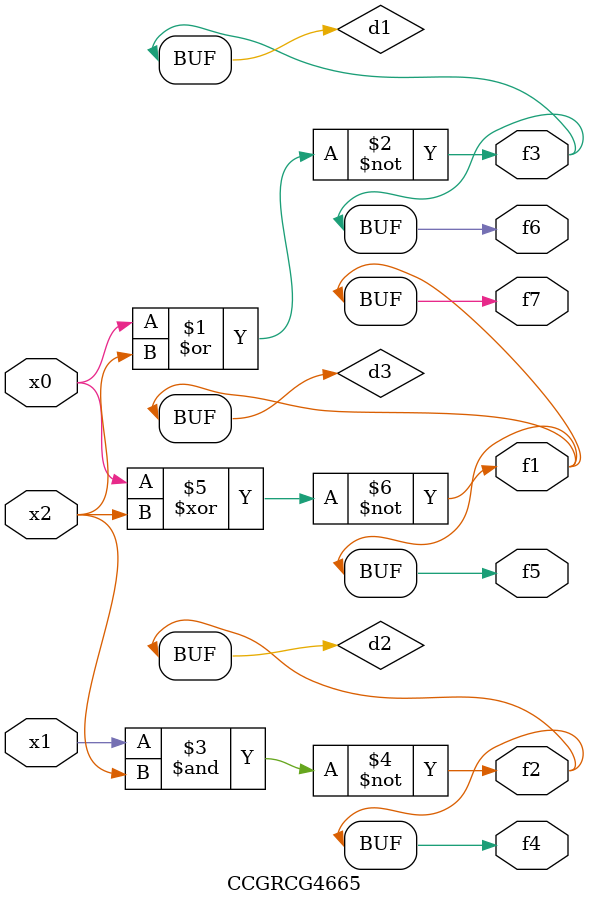
<source format=v>
module CCGRCG4665(
	input x0, x1, x2,
	output f1, f2, f3, f4, f5, f6, f7
);

	wire d1, d2, d3;

	nor (d1, x0, x2);
	nand (d2, x1, x2);
	xnor (d3, x0, x2);
	assign f1 = d3;
	assign f2 = d2;
	assign f3 = d1;
	assign f4 = d2;
	assign f5 = d3;
	assign f6 = d1;
	assign f7 = d3;
endmodule

</source>
